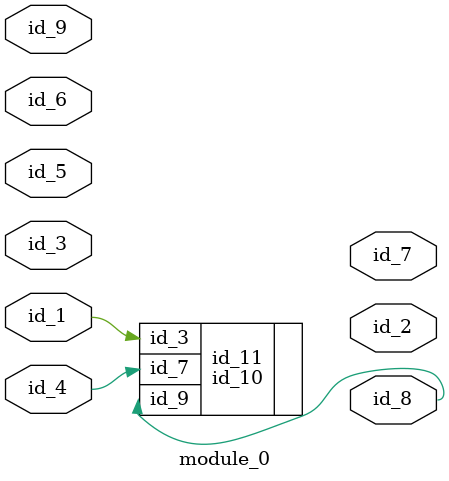
<source format=v>
module module_0 (
    id_1,
    id_2,
    id_3,
    id_4,
    id_5,
    id_6,
    id_7,
    id_8,
    id_9
);
  input id_9;
  output id_8;
  output id_7;
  input id_6;
  input id_5;
  input id_4;
  input id_3;
  output id_2;
  input id_1;
  id_10 id_11 (
      .id_9(id_8),
      .id_3(id_1),
      .id_7(id_4)
  );
endmodule

</source>
